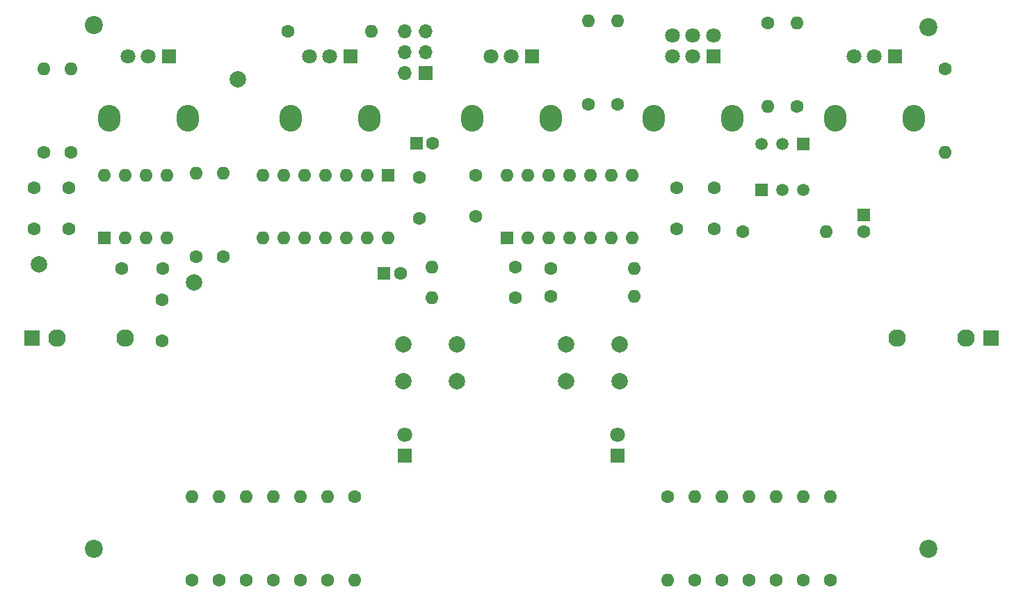
<source format=gbs>
%TF.GenerationSoftware,KiCad,Pcbnew,7.0.2-0*%
%TF.CreationDate,2023-10-21T23:07:42+01:00*%
%TF.ProjectId,Yorick,596f7269-636b-42e6-9b69-6361645f7063,rev02*%
%TF.SameCoordinates,Original*%
%TF.FileFunction,Soldermask,Bot*%
%TF.FilePolarity,Negative*%
%FSLAX46Y46*%
G04 Gerber Fmt 4.6, Leading zero omitted, Abs format (unit mm)*
G04 Created by KiCad (PCBNEW 7.0.2-0) date 2023-10-21 23:07:42*
%MOMM*%
%LPD*%
G01*
G04 APERTURE LIST*
%ADD10C,2.000000*%
%ADD11C,2.200000*%
%ADD12R,1.830000X1.930000*%
%ADD13C,2.130000*%
%ADD14R,1.500000X1.500000*%
%ADD15C,1.500000*%
%ADD16C,1.600000*%
%ADD17O,1.600000X1.600000*%
%ADD18R,1.800000X1.800000*%
%ADD19C,1.800000*%
%ADD20R,1.600000X1.600000*%
%ADD21O,2.720000X3.240000*%
%ADD22R,1.700000X1.700000*%
%ADD23O,1.700000X1.700000*%
G04 APERTURE END LIST*
D10*
%TO.C,SW1*%
X88442800Y-79756000D03*
X94942800Y-79756000D03*
X88442800Y-84256000D03*
X94942800Y-84256000D03*
%TD*%
D11*
%TO.C,H3*%
X50800000Y-104648000D03*
%TD*%
D12*
%TO.C,J5*%
X43210000Y-78994000D03*
D13*
X54610000Y-78994000D03*
X46310000Y-78994000D03*
%TD*%
D14*
%TO.C,Q1*%
X132080000Y-60960000D03*
D15*
X134620000Y-60960000D03*
X137160000Y-60960000D03*
%TD*%
D16*
%TO.C,R37*%
X129794000Y-66040000D03*
D17*
X139954000Y-66040000D03*
%TD*%
D16*
%TO.C,R25*%
X136398000Y-50800000D03*
D17*
X136398000Y-40640000D03*
%TD*%
D16*
%TO.C,R16*%
X154432000Y-46228000D03*
D17*
X154432000Y-56388000D03*
%TD*%
D16*
%TO.C,C3*%
X97282000Y-59182000D03*
X97282000Y-64182000D03*
%TD*%
%TO.C,R22*%
X63246000Y-69088000D03*
D17*
X63246000Y-58928000D03*
%TD*%
D16*
%TO.C,R11*%
X66040000Y-108458000D03*
D17*
X66040000Y-98298000D03*
%TD*%
D18*
%TO.C,D1*%
X88646000Y-93345000D03*
D19*
X88646000Y-90805000D03*
%TD*%
D16*
%TO.C,R14*%
X132842000Y-40640000D03*
D17*
X132842000Y-50800000D03*
%TD*%
D20*
%TO.C,C5*%
X144526000Y-64040000D03*
D16*
X144526000Y-66040000D03*
%TD*%
D11*
%TO.C,H1*%
X152400000Y-41148000D03*
%TD*%
D16*
%TO.C,R15*%
X106426000Y-70510400D03*
D17*
X116586000Y-70510400D03*
%TD*%
D16*
%TO.C,R3*%
X133858000Y-108458000D03*
D17*
X133858000Y-98298000D03*
%TD*%
D16*
%TO.C,R19*%
X74422000Y-41656000D03*
D17*
X84582000Y-41656000D03*
%TD*%
D20*
%TO.C,C10*%
X90027688Y-55321200D03*
D16*
X92027688Y-55321200D03*
%TD*%
%TO.C,R10*%
X69342000Y-108458000D03*
D17*
X69342000Y-98298000D03*
%TD*%
D16*
%TO.C,R18*%
X48006000Y-56388000D03*
D17*
X48006000Y-46228000D03*
%TD*%
D20*
%TO.C,C4*%
X86106000Y-71120000D03*
D16*
X88106000Y-71120000D03*
%TD*%
%TO.C,R2*%
X137160000Y-108458000D03*
D17*
X137160000Y-98298000D03*
%TD*%
D16*
%TO.C,C11*%
X54182000Y-70561200D03*
X59182000Y-70561200D03*
%TD*%
%TO.C,R12*%
X62738000Y-108458000D03*
D17*
X62738000Y-98298000D03*
%TD*%
D16*
%TO.C,R21*%
X120650000Y-98298000D03*
D17*
X120650000Y-108458000D03*
%TD*%
D16*
%TO.C,R13*%
X114554000Y-50546000D03*
D17*
X114554000Y-40386000D03*
%TD*%
D10*
%TO.C,SW2*%
X108254800Y-79756000D03*
X114754800Y-79756000D03*
X108254800Y-84256000D03*
X114754800Y-84256000D03*
%TD*%
%TO.C,TP3*%
X44043600Y-70002400D03*
%TD*%
D21*
%TO.C,RV1*%
X62204000Y-52204000D03*
X52604000Y-52204000D03*
D18*
X59904000Y-44704000D03*
D19*
X57404000Y-44704000D03*
X54904000Y-44704000D03*
%TD*%
D16*
%TO.C,R6*%
X123952000Y-108458000D03*
D17*
X123952000Y-98298000D03*
%TD*%
D16*
%TO.C,C7*%
X90424000Y-59436000D03*
X90424000Y-64436000D03*
%TD*%
D12*
%TO.C,J3*%
X159990000Y-78994000D03*
D13*
X148590000Y-78994000D03*
X156890000Y-78994000D03*
%TD*%
D20*
%TO.C,U2*%
X52070000Y-66802000D03*
D17*
X54610000Y-66802000D03*
X57150000Y-66802000D03*
X59690000Y-66802000D03*
X59690000Y-59182000D03*
X57150000Y-59182000D03*
X54610000Y-59182000D03*
X52070000Y-59182000D03*
%TD*%
D20*
%TO.C,U3*%
X86614000Y-59182000D03*
D17*
X84074000Y-59182000D03*
X81534000Y-59182000D03*
X78994000Y-59182000D03*
X76454000Y-59182000D03*
X73914000Y-59182000D03*
X71374000Y-59182000D03*
X71374000Y-66802000D03*
X73914000Y-66802000D03*
X76454000Y-66802000D03*
X78994000Y-66802000D03*
X81534000Y-66802000D03*
X84074000Y-66802000D03*
X86614000Y-66802000D03*
%TD*%
D14*
%TO.C,Q2*%
X137160000Y-55372000D03*
D15*
X134620000Y-55372000D03*
X132080000Y-55372000D03*
%TD*%
D10*
%TO.C,TP1*%
X62941200Y-72237600D03*
%TD*%
D21*
%TO.C,RV2*%
X84302000Y-52204000D03*
X74702000Y-52204000D03*
D18*
X82002000Y-44704000D03*
D19*
X79502000Y-44704000D03*
X77002000Y-44704000D03*
%TD*%
D21*
%TO.C,RV4*%
X128448000Y-52204000D03*
X118948000Y-52204000D03*
D18*
X126198000Y-44704000D03*
D19*
X123698000Y-44704000D03*
X121198000Y-44704000D03*
X126198000Y-42204000D03*
X123698000Y-42204000D03*
X121198000Y-42204000D03*
%TD*%
D16*
%TO.C,R4*%
X130556000Y-108458000D03*
D17*
X130556000Y-98298000D03*
%TD*%
D16*
%TO.C,R7*%
X79248000Y-108458000D03*
D17*
X79248000Y-98298000D03*
%TD*%
D16*
%TO.C,R5*%
X127254000Y-108458000D03*
D17*
X127254000Y-98298000D03*
%TD*%
D21*
%TO.C,RV5*%
X150596000Y-52204000D03*
X140996000Y-52204000D03*
D18*
X148296000Y-44704000D03*
D19*
X145796000Y-44704000D03*
X143296000Y-44704000D03*
%TD*%
D16*
%TO.C,R29*%
X44704000Y-56388000D03*
D17*
X44704000Y-46228000D03*
%TD*%
D16*
%TO.C,R1*%
X140462000Y-108458000D03*
D17*
X140462000Y-98298000D03*
%TD*%
D16*
%TO.C,R28*%
X66548000Y-69088000D03*
D17*
X66548000Y-58928000D03*
%TD*%
D16*
%TO.C,C9*%
X59029600Y-79371200D03*
X59029600Y-74371200D03*
%TD*%
%TO.C,R8*%
X75946000Y-108458000D03*
D17*
X75946000Y-98298000D03*
%TD*%
D18*
%TO.C,D2*%
X114554000Y-93345000D03*
D19*
X114554000Y-90805000D03*
%TD*%
D16*
%TO.C,C2*%
X126244400Y-60721708D03*
X126244400Y-65721708D03*
%TD*%
%TO.C,R17*%
X102057200Y-74066400D03*
D17*
X91897200Y-74066400D03*
%TD*%
D10*
%TO.C,TP2*%
X68326000Y-47498000D03*
%TD*%
D20*
%TO.C,U1*%
X101092000Y-66802000D03*
D17*
X103632000Y-66802000D03*
X106172000Y-66802000D03*
X108712000Y-66802000D03*
X111252000Y-66802000D03*
X113792000Y-66802000D03*
X116332000Y-66802000D03*
X116332000Y-59182000D03*
X113792000Y-59182000D03*
X111252000Y-59182000D03*
X108712000Y-59182000D03*
X106172000Y-59182000D03*
X103632000Y-59182000D03*
X101092000Y-59182000D03*
%TD*%
D16*
%TO.C,R20*%
X82550000Y-98298000D03*
D17*
X82550000Y-108458000D03*
%TD*%
D16*
%TO.C,R9*%
X72644000Y-108458000D03*
D17*
X72644000Y-98298000D03*
%TD*%
D21*
%TO.C,RV3*%
X106400000Y-52204000D03*
X96800000Y-52204000D03*
D18*
X104100000Y-44704000D03*
D19*
X101600000Y-44704000D03*
X99100000Y-44704000D03*
%TD*%
D11*
%TO.C,H4*%
X152400000Y-104648000D03*
%TD*%
D16*
%TO.C,C6*%
X47752000Y-60695708D03*
X47752000Y-65695708D03*
%TD*%
D22*
%TO.C,J2*%
X91186000Y-46736000D03*
D23*
X88646000Y-46736000D03*
X91186000Y-44196000D03*
X88646000Y-44196000D03*
X91186000Y-41656000D03*
X88646000Y-41656000D03*
%TD*%
D16*
%TO.C,R27*%
X106426000Y-73914000D03*
D17*
X116586000Y-73914000D03*
%TD*%
D16*
%TO.C,R26*%
X110998000Y-50546000D03*
D17*
X110998000Y-40386000D03*
%TD*%
D16*
%TO.C,C8*%
X43454400Y-65691708D03*
X43454400Y-60691708D03*
%TD*%
%TO.C,C1*%
X121694400Y-60721708D03*
X121694400Y-65721708D03*
%TD*%
D11*
%TO.C,H2*%
X50800000Y-40894000D03*
%TD*%
D16*
%TO.C,R24*%
X102057200Y-70358000D03*
D17*
X91897200Y-70358000D03*
%TD*%
M02*

</source>
